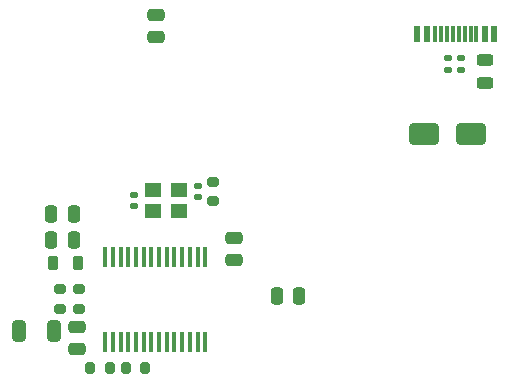
<source format=gbr>
%TF.GenerationSoftware,KiCad,Pcbnew,7.0.10-7.0.10~ubuntu22.04.1*%
%TF.CreationDate,2024-01-13T04:47:40-07:00*%
%TF.ProjectId,HIDHopper_Hub_Hat,48494448-6f70-4706-9572-5f4875625f48,rev?*%
%TF.SameCoordinates,Original*%
%TF.FileFunction,Paste,Top*%
%TF.FilePolarity,Positive*%
%FSLAX46Y46*%
G04 Gerber Fmt 4.6, Leading zero omitted, Abs format (unit mm)*
G04 Created by KiCad (PCBNEW 7.0.10-7.0.10~ubuntu22.04.1) date 2024-01-13 04:47:40*
%MOMM*%
%LPD*%
G01*
G04 APERTURE LIST*
G04 Aperture macros list*
%AMRoundRect*
0 Rectangle with rounded corners*
0 $1 Rounding radius*
0 $2 $3 $4 $5 $6 $7 $8 $9 X,Y pos of 4 corners*
0 Add a 4 corners polygon primitive as box body*
4,1,4,$2,$3,$4,$5,$6,$7,$8,$9,$2,$3,0*
0 Add four circle primitives for the rounded corners*
1,1,$1+$1,$2,$3*
1,1,$1+$1,$4,$5*
1,1,$1+$1,$6,$7*
1,1,$1+$1,$8,$9*
0 Add four rect primitives between the rounded corners*
20,1,$1+$1,$2,$3,$4,$5,0*
20,1,$1+$1,$4,$5,$6,$7,0*
20,1,$1+$1,$6,$7,$8,$9,0*
20,1,$1+$1,$8,$9,$2,$3,0*%
G04 Aperture macros list end*
%ADD10RoundRect,0.200000X-0.275000X0.200000X-0.275000X-0.200000X0.275000X-0.200000X0.275000X0.200000X0*%
%ADD11RoundRect,0.140000X0.170000X-0.140000X0.170000X0.140000X-0.170000X0.140000X-0.170000X-0.140000X0*%
%ADD12RoundRect,0.135000X-0.185000X0.135000X-0.185000X-0.135000X0.185000X-0.135000X0.185000X0.135000X0*%
%ADD13RoundRect,0.250000X0.250000X0.475000X-0.250000X0.475000X-0.250000X-0.475000X0.250000X-0.475000X0*%
%ADD14RoundRect,0.200000X0.200000X0.275000X-0.200000X0.275000X-0.200000X-0.275000X0.200000X-0.275000X0*%
%ADD15R,0.600000X1.450000*%
%ADD16R,0.300000X1.450000*%
%ADD17R,1.400000X1.200000*%
%ADD18RoundRect,0.243750X-0.456250X0.243750X-0.456250X-0.243750X0.456250X-0.243750X0.456250X0.243750X0*%
%ADD19RoundRect,0.250000X-1.000000X-0.650000X1.000000X-0.650000X1.000000X0.650000X-1.000000X0.650000X0*%
%ADD20RoundRect,0.250000X0.475000X-0.250000X0.475000X0.250000X-0.475000X0.250000X-0.475000X-0.250000X0*%
%ADD21RoundRect,0.250000X-0.475000X0.250000X-0.475000X-0.250000X0.475000X-0.250000X0.475000X0.250000X0*%
%ADD22RoundRect,0.135000X0.185000X-0.135000X0.185000X0.135000X-0.185000X0.135000X-0.185000X-0.135000X0*%
%ADD23R,0.450000X1.750000*%
%ADD24RoundRect,0.218750X-0.218750X-0.381250X0.218750X-0.381250X0.218750X0.381250X-0.218750X0.381250X0*%
%ADD25RoundRect,0.250000X0.325000X0.650000X-0.325000X0.650000X-0.325000X-0.650000X0.325000X-0.650000X0*%
%ADD26RoundRect,0.200000X0.275000X-0.200000X0.275000X0.200000X-0.275000X0.200000X-0.275000X-0.200000X0*%
G04 APERTURE END LIST*
D10*
%TO.C,R5*%
X166700000Y-83625000D03*
X166700000Y-85275000D03*
%TD*%
D11*
%TO.C,C5*%
X159970000Y-85680000D03*
X159970000Y-84720000D03*
%TD*%
D12*
%TO.C,R12*%
X187670000Y-73120000D03*
X187670000Y-74140000D03*
%TD*%
D10*
%TO.C,R8*%
X155350000Y-92750000D03*
X155350000Y-94400000D03*
%TD*%
D13*
%TO.C,C1*%
X154890000Y-86390000D03*
X152990000Y-86390000D03*
%TD*%
D14*
%TO.C,R10*%
X160950000Y-99430000D03*
X159300000Y-99430000D03*
%TD*%
D15*
%TO.C,J7*%
X190480000Y-71105000D03*
X189680000Y-71105000D03*
D16*
X188480000Y-71105000D03*
X187480000Y-71105000D03*
X186980000Y-71105000D03*
X185980000Y-71105000D03*
D15*
X184780000Y-71105000D03*
X183980000Y-71105000D03*
X183980000Y-71105000D03*
X184780000Y-71105000D03*
D16*
X185480000Y-71105000D03*
X186480000Y-71105000D03*
X187980000Y-71105000D03*
X188980000Y-71105000D03*
D15*
X189680000Y-71105000D03*
X190480000Y-71105000D03*
%TD*%
D17*
%TO.C,Y1*%
X161560000Y-86080000D03*
X163760000Y-86080000D03*
X163760000Y-84380000D03*
X161560000Y-84380000D03*
%TD*%
D18*
%TO.C,F1*%
X189670000Y-73362500D03*
X189670000Y-75237500D03*
%TD*%
D19*
%TO.C,D1*%
X184500000Y-79600000D03*
X188500000Y-79600000D03*
%TD*%
D20*
%TO.C,C10*%
X161870000Y-71380000D03*
X161870000Y-69480000D03*
%TD*%
D21*
%TO.C,C3*%
X168410000Y-88390000D03*
X168410000Y-90290000D03*
%TD*%
D22*
%TO.C,R13*%
X186580000Y-74150000D03*
X186580000Y-73130000D03*
%TD*%
D23*
%TO.C,U2*%
X166010000Y-90000000D03*
X165360000Y-90000000D03*
X164710000Y-90000000D03*
X164060000Y-90000000D03*
X163410000Y-90000000D03*
X162760000Y-90000000D03*
X162110000Y-90000000D03*
X161460000Y-90000000D03*
X160810000Y-90000000D03*
X160160000Y-90000000D03*
X159510000Y-90000000D03*
X158860000Y-90000000D03*
X158210000Y-90000000D03*
X157560000Y-90000000D03*
X157560000Y-97200000D03*
X158210000Y-97200000D03*
X158860000Y-97200000D03*
X159510000Y-97200000D03*
X160160000Y-97200000D03*
X160810000Y-97200000D03*
X161460000Y-97200000D03*
X162110000Y-97200000D03*
X162760000Y-97200000D03*
X163410000Y-97200000D03*
X164060000Y-97200000D03*
X164710000Y-97200000D03*
X165360000Y-97200000D03*
X166010000Y-97200000D03*
%TD*%
D13*
%TO.C,C2*%
X154890000Y-88560000D03*
X152990000Y-88560000D03*
%TD*%
D14*
%TO.C,R3*%
X157910000Y-99430000D03*
X156260000Y-99430000D03*
%TD*%
D21*
%TO.C,C8*%
X155160000Y-95920000D03*
X155160000Y-97820000D03*
%TD*%
D24*
%TO.C,L1*%
X153127500Y-90530000D03*
X155252500Y-90530000D03*
%TD*%
D11*
%TO.C,C6*%
X165410000Y-84920000D03*
X165410000Y-83960000D03*
%TD*%
D13*
%TO.C,C7*%
X173990000Y-93300000D03*
X172090000Y-93300000D03*
%TD*%
D25*
%TO.C,C9*%
X153190000Y-96310000D03*
X150240000Y-96310000D03*
%TD*%
D26*
%TO.C,R9*%
X153710000Y-94400000D03*
X153710000Y-92750000D03*
%TD*%
M02*

</source>
